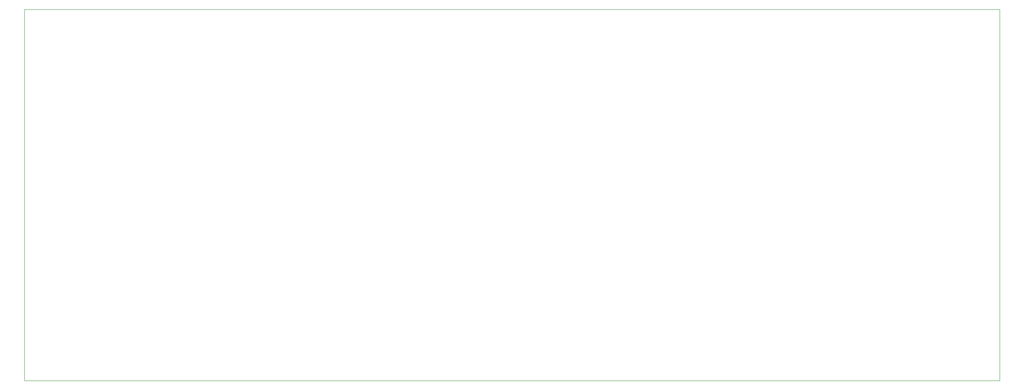
<source format=gbr>
G04 #@! TF.GenerationSoftware,KiCad,Pcbnew,(5.1.5)-3*
G04 #@! TF.CreationDate,2020-11-25T12:51:16-07:00*
G04 #@! TF.ProjectId,Power_Distribution,506f7765-725f-4446-9973-747269627574,rev?*
G04 #@! TF.SameCoordinates,Original*
G04 #@! TF.FileFunction,Profile,NP*
%FSLAX46Y46*%
G04 Gerber Fmt 4.6, Leading zero omitted, Abs format (unit mm)*
G04 Created by KiCad (PCBNEW (5.1.5)-3) date 2020-11-25 12:51:16*
%MOMM*%
%LPD*%
G04 APERTURE LIST*
%ADD10C,0.050000*%
G04 APERTURE END LIST*
D10*
X210000000Y0D02*
X0Y0D01*
X210000000Y-80000000D02*
X210000000Y0D01*
X0Y-80000000D02*
X210000000Y-80000000D01*
X0Y0D02*
X0Y-80000000D01*
M02*

</source>
